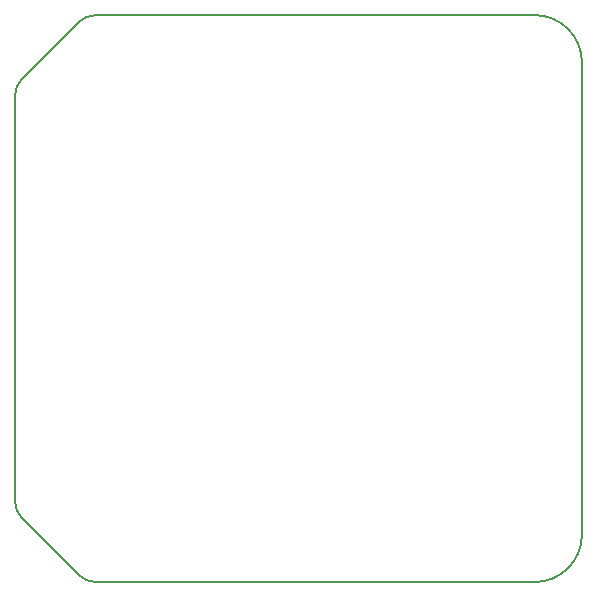
<source format=gm1>
G04*
G04 #@! TF.GenerationSoftware,Altium Limited,Altium Designer,23.3.1 (30)*
G04*
G04 Layer_Color=16711935*
%FSLAX24Y24*%
%MOIN*%
G70*
G04*
G04 #@! TF.SameCoordinates,2879F4B0-5C84-431D-B3E2-9D7652F484AD*
G04*
G04*
G04 #@! TF.FilePolarity,Positive*
G04*
G01*
G75*
%ADD13C,0.0050*%
D13*
X2691Y18900D02*
G03*
X2134Y18670I0J-787D01*
G01*
X17325Y3D02*
G03*
X18900Y1577I0J1575D01*
G01*
X2134Y233D02*
G03*
X2691Y3I557J557D01*
G01*
X3Y2691D02*
G03*
X233Y2134I787J0D01*
G01*
Y16769D02*
G03*
X3Y16212I557J-557D01*
G01*
X18900Y17325D02*
G03*
X17325Y18900I-1575J0D01*
G01*
X2691Y3D02*
X17325D01*
X233Y2134D02*
X2134Y233D01*
X3Y2691D02*
Y16212D01*
X233Y16769D02*
X2134Y18670D01*
X2691Y18900D02*
X17325D01*
X18900Y1577D02*
Y17325D01*
M02*

</source>
